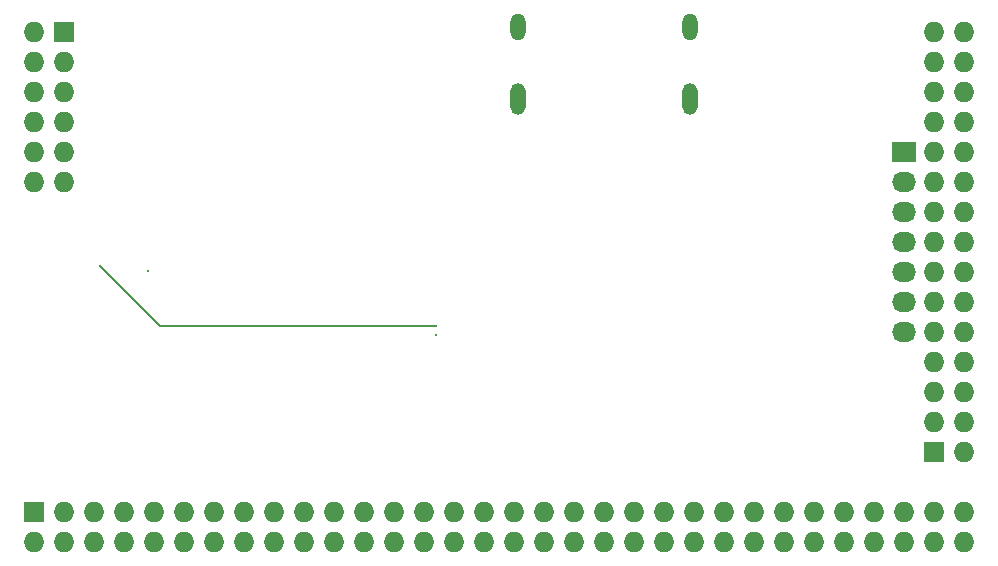
<source format=gbr>
G04 #@! TF.FileFunction,Copper,L2,Inr,Signal*
%FSLAX46Y46*%
G04 Gerber Fmt 4.6, Leading zero omitted, Abs format (unit mm)*
G04 Created by KiCad (PCBNEW 4.0.5+dfsg1-4) date Mon Mar 27 15:17:06 2017*
%MOMM*%
%LPD*%
G01*
G04 APERTURE LIST*
%ADD10C,0.100000*%
%ADD11R,1.727200X1.727200*%
%ADD12O,1.727200X1.727200*%
%ADD13R,2.032000X1.727200*%
%ADD14O,2.032000X1.727200*%
%ADD15O,1.300000X2.700000*%
%ADD16O,1.300000X2.300000*%
%ADD17C,0.330000*%
%ADD18C,0.200000*%
G04 APERTURE END LIST*
D10*
D11*
X96640000Y-104600000D03*
D12*
X96640000Y-107140000D03*
X99180000Y-104600000D03*
X99180000Y-107140000D03*
X101720000Y-104600000D03*
X101720000Y-107140000D03*
X104260000Y-104600000D03*
X104260000Y-107140000D03*
X106800000Y-104600000D03*
X106800000Y-107140000D03*
X109340000Y-104600000D03*
X109340000Y-107140000D03*
X111880000Y-104600000D03*
X111880000Y-107140000D03*
X114420000Y-104600000D03*
X114420000Y-107140000D03*
X116960000Y-104600000D03*
X116960000Y-107140000D03*
X119500000Y-104600000D03*
X119500000Y-107140000D03*
X122040000Y-104600000D03*
X122040000Y-107140000D03*
X124580000Y-104600000D03*
X124580000Y-107140000D03*
X127120000Y-104600000D03*
X127120000Y-107140000D03*
X129660000Y-104600000D03*
X129660000Y-107140000D03*
X132200000Y-104600000D03*
X132200000Y-107140000D03*
X134740000Y-104600000D03*
X134740000Y-107140000D03*
X137280000Y-104600000D03*
X137280000Y-107140000D03*
X139820000Y-104600000D03*
X139820000Y-107140000D03*
X142360000Y-104600000D03*
X142360000Y-107140000D03*
X144900000Y-104600000D03*
X144900000Y-107140000D03*
X147440000Y-104600000D03*
X147440000Y-107140000D03*
X149980000Y-104600000D03*
X149980000Y-107140000D03*
X152520000Y-104600000D03*
X152520000Y-107140000D03*
X155060000Y-104600000D03*
X155060000Y-107140000D03*
X157600000Y-104600000D03*
X157600000Y-107140000D03*
X160140000Y-104600000D03*
X160140000Y-107140000D03*
X162680000Y-104600000D03*
X162680000Y-107140000D03*
X165220000Y-104600000D03*
X165220000Y-107140000D03*
X167760000Y-104600000D03*
X167760000Y-107140000D03*
X170300000Y-104600000D03*
X170300000Y-107140000D03*
X172840000Y-104600000D03*
X172840000Y-107140000D03*
X175380000Y-104600000D03*
X175380000Y-107140000D03*
D11*
X172840000Y-99520000D03*
D12*
X175380000Y-99520000D03*
X172840000Y-96980000D03*
X175380000Y-96980000D03*
X172840000Y-94440000D03*
X175380000Y-94440000D03*
X172840000Y-91900000D03*
X175380000Y-91900000D03*
X172840000Y-89360000D03*
X175380000Y-89360000D03*
X172840000Y-86820000D03*
X175380000Y-86820000D03*
X172840000Y-84280000D03*
X175380000Y-84280000D03*
X172840000Y-81740000D03*
X175380000Y-81740000D03*
X172840000Y-79200000D03*
X175380000Y-79200000D03*
X172840000Y-76660000D03*
X175380000Y-76660000D03*
X172840000Y-74120000D03*
X175380000Y-74120000D03*
X172840000Y-71580000D03*
X175380000Y-71580000D03*
X172840000Y-69040000D03*
X175380000Y-69040000D03*
X172840000Y-66500000D03*
X175380000Y-66500000D03*
X172840000Y-63960000D03*
X175380000Y-63960000D03*
D11*
X99180000Y-63960000D03*
D12*
X96640000Y-63960000D03*
X99180000Y-66500000D03*
X96640000Y-66500000D03*
X99180000Y-69040000D03*
X96640000Y-69040000D03*
X99180000Y-71580000D03*
X96640000Y-71580000D03*
X99180000Y-74120000D03*
X96640000Y-74120000D03*
X99180000Y-76660000D03*
X96640000Y-76660000D03*
D13*
X170300000Y-74120000D03*
D14*
X170300000Y-76660000D03*
X170300000Y-79200000D03*
X170300000Y-81740000D03*
X170300000Y-84280000D03*
X170300000Y-86820000D03*
X170300000Y-89360000D03*
D15*
X137600000Y-69576000D03*
X152200000Y-69576000D03*
D16*
X152200000Y-63526000D03*
X137600000Y-63526000D03*
D17*
X102260000Y-83780000D03*
X130680000Y-88800000D03*
X106260000Y-84180000D03*
X130680000Y-89600000D03*
D18*
X107280000Y-88800000D02*
X102260000Y-83780000D01*
X130680000Y-88800000D02*
X107280000Y-88800000D01*
M02*

</source>
